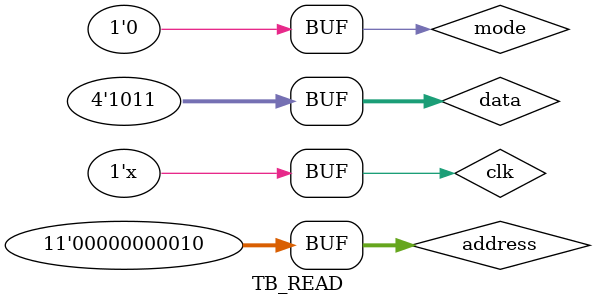
<source format=v>
`timescale 1ns / 1ps


module TB_READ();

reg [10:0] address;
reg [3:0] data;
reg mode, clk;
wire [3:0] output_data;
wire hit1, hit2;
wire Wait;
wire clk2;

CACHE_CONTROLLER inst(
	.address(address),
	.data(data),
	.mode(mode),
	.clk(clk),
	.output_data(output_data),
	.hit1(hit1),
	.hit2(hit2),
	.Wait(Wait),
	.clk2(clk2)
);

initial
begin
	clk = 1'b1;
	/******************************/
//	address = 32'b00000000000000000000000000000000;	 //0 blk
//	data =    8'b10110000;	 
//	mode = 1'b0; //read
	
	address = 11'b00000111100;	 //0 blk
	data =    4'b1100;	 
	mode = 1'b0; //read	

    #50
	address = 11'b00000000010;	 //0 blk
	data =    4'b0001;	 
	mode = 1'b0; //read	

    #50
	address = 11'b00000010000;	 //0 blk
	data =    4'b0010;	 
	mode = 1'b0; //read	
	
    #50
	address = 11'b00000010001;	 //0 blk
	data =    4'b0001;	 
	mode = 1'b0; //read	

    #50
	address = 11'b00000100001;	 //0 blk
	data =    4'b0100;	 
	mode = 1'b0; //read	

    #50
	address = 11'b00000100010;	 //0 blk
	data =    4'b0101;	 
	mode = 1'b0; //read		

    #50
	address = 11'b00000000001;	 //0 blk
	data =    4'b1110;	 
	mode = 1'b0; //read	
		
	#50
	address = 11'b01000000010;	 //128 blk
	data =    4'b1011;	 
	mode = 1'b0; //read
	
	#50
	address = 11'b10000000010;	//256 blk
	data =    4'b1011;	 
	mode = 1'b0; //read
	
	#50
	address = 11'b11000000010;	 //384 blk
	data =    4'b1011;	 
	mode = 1'b0; //read
	
	#50
	address = 11'b10000000010;	 //512 blk
	data =    4'b1011;	 
	mode = 1'b0; //read
	
	#50
	address = 11'b00000000010;	 //0 blk
	data =    4'b1011;	 
	mode = 1'b0; //read
	
	#50
	address = 11'b11000000010;	 //384 blk
	data =    4'b1011;
	mode = 1'b0; //read    */
	/******************************/
	
	/******************************/
	#50
	address = 11'b00010000001;	 
	data =    4'b1011;	 
	mode = 1'b0; //read
	
	#50
	address = 11'b00001111110;	 
	data =    4'b1111;	 
	mode = 1'b1; //read
	
	//
	#50
	address = 11'b00001111110;	 
	data =    4'b1011;	 
	mode = 1'b0; //read
	//
	#50
	address = 11'b00000100000;	 
	data =    4'b1110;	 
	mode = 1'b1; //read
	//
	#50
	address = 11'b00000100000;	 
	data =    4'b1011;	 
	mode = 1'b0; //read
	
	#50
	address = 11'b00100000011;	 
	data =    4'b1011;	 
	mode = 1'b0; //read
	
	#50
	address = 11'b00000000010;	 
	data =    4'b1011;	 
	mode = 1'b0; //read    
	
	/***************************/
	
	/***************************/
/*	#50
	address = 32'b00000000000000001111111010110011;	 
	data =    8'b11110110;	 
	mode = 1'b1; //read
	
	#50
	address = 32'b00000000000000001111111010110011;	 
	data =    8'b11000110;	 
	mode = 1'b0; //read   */
	
	/***************************/
	
/*	#50
	address = 32'b00000000000000000000111100000001;	 
	data =    8'b10110000;	 
	mode = 1'b0; //read
	
	#50
	address = 32'b00000000000000000000111100000010;	
	data =    8'b10110000;	 
	mode = 1'b0; //read
	
	#50
	address = 32'b00000000000000000000111100000011;	 
	data =    8'b10110000;	 
	mode = 1'b0; //read
	
	//3 Main memory genertaing valid address
	#50
	address = 32'b00000000000000000000000000000110;	 
	data =    8'b11000101;	 
	mode = 1'b1; //write
	
	#50
	address = 32'b00000000000000000000000000000110;	 
	data =    8'b11000101;	 
	mode = 1'b0; //write
	
//	#50
//	address = 32'b00000000000000000100000000001110;	 
//	data =    8'b11011111;	 
//	mode = 1'b1; //write
	
	#50
	address = 32'b00000000000000000000000000001110;	 
	data =    8'b11011100;	 
	mode = 1'b0; //read
	
	
	//4 Cache eviction
	#50
	address = 32'b00000000000000000000000000000010;	 
	data =    8'b11001100;	 
	mode = 1'b0; //read
	
	#50
	address = 32'b00000000000000000000000100000001;	 
	data =    8'b11011111;	 
	mode = 1'b0; //read
	
	#50
	address = 32'b00000000000000000000000000000010;	 
	data =    8'b11001100;	 
	mode = 1'b0; //read     */
	
end

//initial
//$monitor("address = %d data = %d mode = %d out = %d", address % 4096, data, mode, out);

always #25 clk = ~clk;
endmodule
</source>
